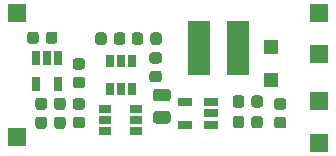
<source format=gbr>
%TF.GenerationSoftware,KiCad,Pcbnew,(5.1.6)-1*%
%TF.CreationDate,2020-12-19T22:24:40-05:00*%
%TF.ProjectId,cargadorDeBateriasLitIon,63617267-6164-46f7-9244-654261746572,rev?*%
%TF.SameCoordinates,Original*%
%TF.FileFunction,Soldermask,Top*%
%TF.FilePolarity,Negative*%
%FSLAX46Y46*%
G04 Gerber Fmt 4.6, Leading zero omitted, Abs format (unit mm)*
G04 Created by KiCad (PCBNEW (5.1.6)-1) date 2020-12-19 22:24:40*
%MOMM*%
%LPD*%
G01*
G04 APERTURE LIST*
%ADD10R,0.650000X1.100000*%
%ADD11R,1.160000X0.750000*%
%ADD12R,1.900000X4.600000*%
%ADD13R,1.200000X1.200000*%
%ADD14R,1.600000X1.600000*%
%ADD15R,1.100000X0.800000*%
%ADD16R,0.750000X1.160000*%
G04 APERTURE END LIST*
%TO.C,C5*%
G36*
G01*
X164468750Y-111800000D02*
X165031250Y-111800000D01*
G75*
G02*
X165275000Y-112043750I0J-243750D01*
G01*
X165275000Y-112531250D01*
G75*
G02*
X165031250Y-112775000I-243750J0D01*
G01*
X164468750Y-112775000D01*
G75*
G02*
X164225000Y-112531250I0J243750D01*
G01*
X164225000Y-112043750D01*
G75*
G02*
X164468750Y-111800000I243750J0D01*
G01*
G37*
G36*
G01*
X164468750Y-110225000D02*
X165031250Y-110225000D01*
G75*
G02*
X165275000Y-110468750I0J-243750D01*
G01*
X165275000Y-110956250D01*
G75*
G02*
X165031250Y-111200000I-243750J0D01*
G01*
X164468750Y-111200000D01*
G75*
G02*
X164225000Y-110956250I0J243750D01*
G01*
X164225000Y-110468750D01*
G75*
G02*
X164468750Y-110225000I243750J0D01*
G01*
G37*
%TD*%
D10*
%TO.C,U2*%
X150300000Y-109450000D03*
X151250000Y-109450000D03*
X152200000Y-109450000D03*
X152200000Y-107050000D03*
X151250000Y-107050000D03*
X150300000Y-107050000D03*
%TD*%
D11*
%TO.C,U3*%
X156650000Y-112450000D03*
X156650000Y-110550000D03*
X158850000Y-110550000D03*
X158850000Y-111500000D03*
X158850000Y-112450000D03*
%TD*%
%TO.C,R6*%
G36*
G01*
X162300000Y-112531250D02*
X162300000Y-111968750D01*
G75*
G02*
X162543750Y-111725000I243750J0D01*
G01*
X163031250Y-111725000D01*
G75*
G02*
X163275000Y-111968750I0J-243750D01*
G01*
X163275000Y-112531250D01*
G75*
G02*
X163031250Y-112775000I-243750J0D01*
G01*
X162543750Y-112775000D01*
G75*
G02*
X162300000Y-112531250I0J243750D01*
G01*
G37*
G36*
G01*
X160725000Y-112531250D02*
X160725000Y-111968750D01*
G75*
G02*
X160968750Y-111725000I243750J0D01*
G01*
X161456250Y-111725000D01*
G75*
G02*
X161700000Y-111968750I0J-243750D01*
G01*
X161700000Y-112531250D01*
G75*
G02*
X161456250Y-112775000I-243750J0D01*
G01*
X160968750Y-112775000D01*
G75*
G02*
X160725000Y-112531250I0J243750D01*
G01*
G37*
%TD*%
%TO.C,R5*%
G36*
G01*
X161700000Y-110218750D02*
X161700000Y-110781250D01*
G75*
G02*
X161456250Y-111025000I-243750J0D01*
G01*
X160968750Y-111025000D01*
G75*
G02*
X160725000Y-110781250I0J243750D01*
G01*
X160725000Y-110218750D01*
G75*
G02*
X160968750Y-109975000I243750J0D01*
G01*
X161456250Y-109975000D01*
G75*
G02*
X161700000Y-110218750I0J-243750D01*
G01*
G37*
G36*
G01*
X163275000Y-110218750D02*
X163275000Y-110781250D01*
G75*
G02*
X163031250Y-111025000I-243750J0D01*
G01*
X162543750Y-111025000D01*
G75*
G02*
X162300000Y-110781250I0J243750D01*
G01*
X162300000Y-110218750D01*
G75*
G02*
X162543750Y-109975000I243750J0D01*
G01*
X163031250Y-109975000D01*
G75*
G02*
X163275000Y-110218750I0J-243750D01*
G01*
G37*
%TD*%
D12*
%TO.C,L1*%
X161150000Y-106000000D03*
X157850000Y-106000000D03*
%TD*%
D13*
%TO.C,D2*%
X164000000Y-105850000D03*
X164000000Y-108650000D03*
%TD*%
%TO.C,C4*%
G36*
G01*
X155206250Y-110500000D02*
X154243750Y-110500000D01*
G75*
G02*
X153975000Y-110231250I0J268750D01*
G01*
X153975000Y-109693750D01*
G75*
G02*
X154243750Y-109425000I268750J0D01*
G01*
X155206250Y-109425000D01*
G75*
G02*
X155475000Y-109693750I0J-268750D01*
G01*
X155475000Y-110231250D01*
G75*
G02*
X155206250Y-110500000I-268750J0D01*
G01*
G37*
G36*
G01*
X155206250Y-112375000D02*
X154243750Y-112375000D01*
G75*
G02*
X153975000Y-112106250I0J268750D01*
G01*
X153975000Y-111568750D01*
G75*
G02*
X154243750Y-111300000I268750J0D01*
G01*
X155206250Y-111300000D01*
G75*
G02*
X155475000Y-111568750I0J-268750D01*
G01*
X155475000Y-112106250D01*
G75*
G02*
X155206250Y-112375000I-268750J0D01*
G01*
G37*
%TD*%
D14*
%TO.C,J5*%
X168000000Y-114000000D03*
%TD*%
D15*
%TO.C,Q1*%
X152520000Y-112090000D03*
X152520000Y-111140000D03*
X152520000Y-113040000D03*
X149920000Y-113040000D03*
X149920000Y-112090000D03*
X149920000Y-111140000D03*
%TD*%
D14*
%TO.C,J6*%
X168000000Y-110500000D03*
%TD*%
%TO.C,J4*%
X168000000Y-103000000D03*
%TD*%
%TO.C,J3*%
X168000000Y-106500000D03*
%TD*%
%TO.C,J2*%
X142500000Y-103000000D03*
%TD*%
%TO.C,J1*%
X142500000Y-113500000D03*
%TD*%
D16*
%TO.C,U1*%
X145950000Y-109000000D03*
X144050000Y-109000000D03*
X144050000Y-106800000D03*
X145000000Y-106800000D03*
X145950000Y-106800000D03*
%TD*%
%TO.C,R4*%
G36*
G01*
X153750000Y-105461250D02*
X153750000Y-104898750D01*
G75*
G02*
X153993750Y-104655000I243750J0D01*
G01*
X154481250Y-104655000D01*
G75*
G02*
X154725000Y-104898750I0J-243750D01*
G01*
X154725000Y-105461250D01*
G75*
G02*
X154481250Y-105705000I-243750J0D01*
G01*
X153993750Y-105705000D01*
G75*
G02*
X153750000Y-105461250I0J243750D01*
G01*
G37*
G36*
G01*
X152175000Y-105461250D02*
X152175000Y-104898750D01*
G75*
G02*
X152418750Y-104655000I243750J0D01*
G01*
X152906250Y-104655000D01*
G75*
G02*
X153150000Y-104898750I0J-243750D01*
G01*
X153150000Y-105461250D01*
G75*
G02*
X152906250Y-105705000I-243750J0D01*
G01*
X152418750Y-105705000D01*
G75*
G02*
X152175000Y-105461250I0J243750D01*
G01*
G37*
%TD*%
%TO.C,R3*%
G36*
G01*
X153918750Y-107900000D02*
X154481250Y-107900000D01*
G75*
G02*
X154725000Y-108143750I0J-243750D01*
G01*
X154725000Y-108631250D01*
G75*
G02*
X154481250Y-108875000I-243750J0D01*
G01*
X153918750Y-108875000D01*
G75*
G02*
X153675000Y-108631250I0J243750D01*
G01*
X153675000Y-108143750D01*
G75*
G02*
X153918750Y-107900000I243750J0D01*
G01*
G37*
G36*
G01*
X153918750Y-106325000D02*
X154481250Y-106325000D01*
G75*
G02*
X154725000Y-106568750I0J-243750D01*
G01*
X154725000Y-107056250D01*
G75*
G02*
X154481250Y-107300000I-243750J0D01*
G01*
X153918750Y-107300000D01*
G75*
G02*
X153675000Y-107056250I0J243750D01*
G01*
X153675000Y-106568750D01*
G75*
G02*
X153918750Y-106325000I243750J0D01*
G01*
G37*
%TD*%
%TO.C,R2*%
G36*
G01*
X147418750Y-108400000D02*
X147981250Y-108400000D01*
G75*
G02*
X148225000Y-108643750I0J-243750D01*
G01*
X148225000Y-109131250D01*
G75*
G02*
X147981250Y-109375000I-243750J0D01*
G01*
X147418750Y-109375000D01*
G75*
G02*
X147175000Y-109131250I0J243750D01*
G01*
X147175000Y-108643750D01*
G75*
G02*
X147418750Y-108400000I243750J0D01*
G01*
G37*
G36*
G01*
X147418750Y-106825000D02*
X147981250Y-106825000D01*
G75*
G02*
X148225000Y-107068750I0J-243750D01*
G01*
X148225000Y-107556250D01*
G75*
G02*
X147981250Y-107800000I-243750J0D01*
G01*
X147418750Y-107800000D01*
G75*
G02*
X147175000Y-107556250I0J243750D01*
G01*
X147175000Y-107068750D01*
G75*
G02*
X147418750Y-106825000I243750J0D01*
G01*
G37*
%TD*%
%TO.C,R1*%
G36*
G01*
X147418750Y-111800000D02*
X147981250Y-111800000D01*
G75*
G02*
X148225000Y-112043750I0J-243750D01*
G01*
X148225000Y-112531250D01*
G75*
G02*
X147981250Y-112775000I-243750J0D01*
G01*
X147418750Y-112775000D01*
G75*
G02*
X147175000Y-112531250I0J243750D01*
G01*
X147175000Y-112043750D01*
G75*
G02*
X147418750Y-111800000I243750J0D01*
G01*
G37*
G36*
G01*
X147418750Y-110225000D02*
X147981250Y-110225000D01*
G75*
G02*
X148225000Y-110468750I0J-243750D01*
G01*
X148225000Y-110956250D01*
G75*
G02*
X147981250Y-111200000I-243750J0D01*
G01*
X147418750Y-111200000D01*
G75*
G02*
X147175000Y-110956250I0J243750D01*
G01*
X147175000Y-110468750D01*
G75*
G02*
X147418750Y-110225000I243750J0D01*
G01*
G37*
%TD*%
%TO.C,D1*%
G36*
G01*
X145000000Y-110418750D02*
X145000000Y-110981250D01*
G75*
G02*
X144756250Y-111225000I-243750J0D01*
G01*
X144268750Y-111225000D01*
G75*
G02*
X144025000Y-110981250I0J243750D01*
G01*
X144025000Y-110418750D01*
G75*
G02*
X144268750Y-110175000I243750J0D01*
G01*
X144756250Y-110175000D01*
G75*
G02*
X145000000Y-110418750I0J-243750D01*
G01*
G37*
G36*
G01*
X146575000Y-110418750D02*
X146575000Y-110981250D01*
G75*
G02*
X146331250Y-111225000I-243750J0D01*
G01*
X145843750Y-111225000D01*
G75*
G02*
X145600000Y-110981250I0J243750D01*
G01*
X145600000Y-110418750D01*
G75*
G02*
X145843750Y-110175000I243750J0D01*
G01*
X146331250Y-110175000D01*
G75*
G02*
X146575000Y-110418750I0J-243750D01*
G01*
G37*
%TD*%
%TO.C,C3*%
G36*
G01*
X150060000Y-104898750D02*
X150060000Y-105461250D01*
G75*
G02*
X149816250Y-105705000I-243750J0D01*
G01*
X149328750Y-105705000D01*
G75*
G02*
X149085000Y-105461250I0J243750D01*
G01*
X149085000Y-104898750D01*
G75*
G02*
X149328750Y-104655000I243750J0D01*
G01*
X149816250Y-104655000D01*
G75*
G02*
X150060000Y-104898750I0J-243750D01*
G01*
G37*
G36*
G01*
X151635000Y-104898750D02*
X151635000Y-105461250D01*
G75*
G02*
X151391250Y-105705000I-243750J0D01*
G01*
X150903750Y-105705000D01*
G75*
G02*
X150660000Y-105461250I0J243750D01*
G01*
X150660000Y-104898750D01*
G75*
G02*
X150903750Y-104655000I243750J0D01*
G01*
X151391250Y-104655000D01*
G75*
G02*
X151635000Y-104898750I0J-243750D01*
G01*
G37*
%TD*%
%TO.C,C2*%
G36*
G01*
X144900000Y-105381250D02*
X144900000Y-104818750D01*
G75*
G02*
X145143750Y-104575000I243750J0D01*
G01*
X145631250Y-104575000D01*
G75*
G02*
X145875000Y-104818750I0J-243750D01*
G01*
X145875000Y-105381250D01*
G75*
G02*
X145631250Y-105625000I-243750J0D01*
G01*
X145143750Y-105625000D01*
G75*
G02*
X144900000Y-105381250I0J243750D01*
G01*
G37*
G36*
G01*
X143325000Y-105381250D02*
X143325000Y-104818750D01*
G75*
G02*
X143568750Y-104575000I243750J0D01*
G01*
X144056250Y-104575000D01*
G75*
G02*
X144300000Y-104818750I0J-243750D01*
G01*
X144300000Y-105381250D01*
G75*
G02*
X144056250Y-105625000I-243750J0D01*
G01*
X143568750Y-105625000D01*
G75*
G02*
X143325000Y-105381250I0J243750D01*
G01*
G37*
%TD*%
%TO.C,C1*%
G36*
G01*
X145600000Y-112581250D02*
X145600000Y-112018750D01*
G75*
G02*
X145843750Y-111775000I243750J0D01*
G01*
X146331250Y-111775000D01*
G75*
G02*
X146575000Y-112018750I0J-243750D01*
G01*
X146575000Y-112581250D01*
G75*
G02*
X146331250Y-112825000I-243750J0D01*
G01*
X145843750Y-112825000D01*
G75*
G02*
X145600000Y-112581250I0J243750D01*
G01*
G37*
G36*
G01*
X144025000Y-112581250D02*
X144025000Y-112018750D01*
G75*
G02*
X144268750Y-111775000I243750J0D01*
G01*
X144756250Y-111775000D01*
G75*
G02*
X145000000Y-112018750I0J-243750D01*
G01*
X145000000Y-112581250D01*
G75*
G02*
X144756250Y-112825000I-243750J0D01*
G01*
X144268750Y-112825000D01*
G75*
G02*
X144025000Y-112581250I0J243750D01*
G01*
G37*
%TD*%
M02*

</source>
